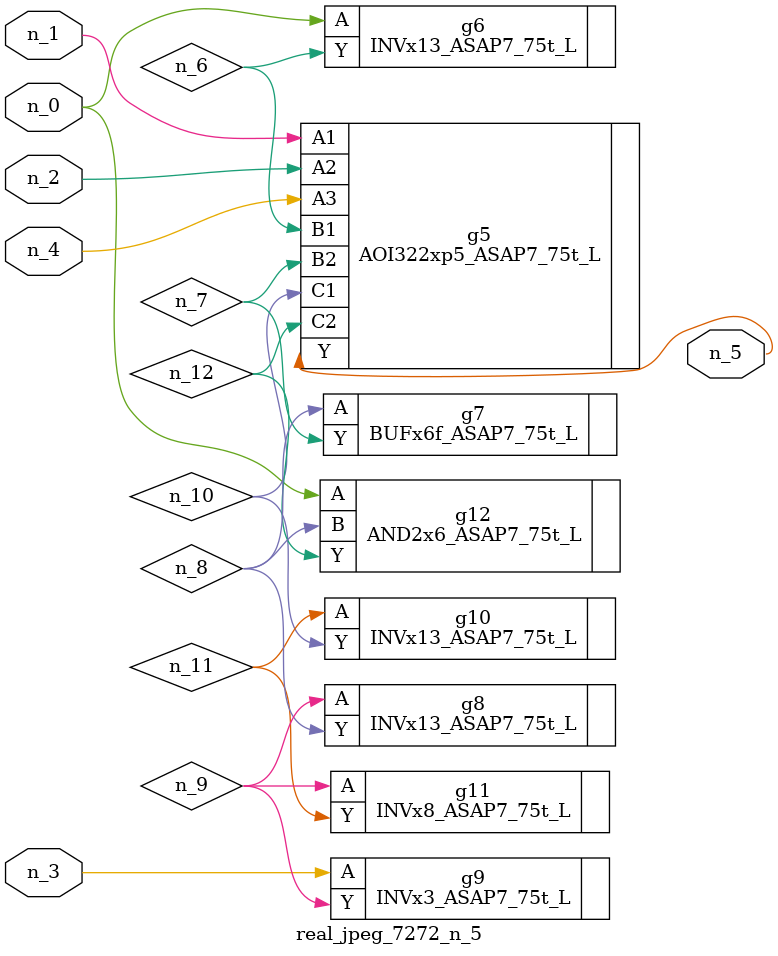
<source format=v>
module real_jpeg_7272_n_5 (n_4, n_0, n_1, n_2, n_3, n_5);

input n_4;
input n_0;
input n_1;
input n_2;
input n_3;

output n_5;

wire n_12;
wire n_8;
wire n_11;
wire n_6;
wire n_7;
wire n_10;
wire n_9;

INVx13_ASAP7_75t_L g6 ( 
.A(n_0),
.Y(n_6)
);

AND2x6_ASAP7_75t_L g12 ( 
.A(n_0),
.B(n_8),
.Y(n_12)
);

AOI322xp5_ASAP7_75t_L g5 ( 
.A1(n_1),
.A2(n_2),
.A3(n_4),
.B1(n_6),
.B2(n_7),
.C1(n_10),
.C2(n_12),
.Y(n_5)
);

INVx3_ASAP7_75t_L g9 ( 
.A(n_3),
.Y(n_9)
);

BUFx6f_ASAP7_75t_L g7 ( 
.A(n_8),
.Y(n_7)
);

INVx13_ASAP7_75t_L g8 ( 
.A(n_9),
.Y(n_8)
);

INVx8_ASAP7_75t_L g11 ( 
.A(n_9),
.Y(n_11)
);

INVx13_ASAP7_75t_L g10 ( 
.A(n_11),
.Y(n_10)
);


endmodule
</source>
